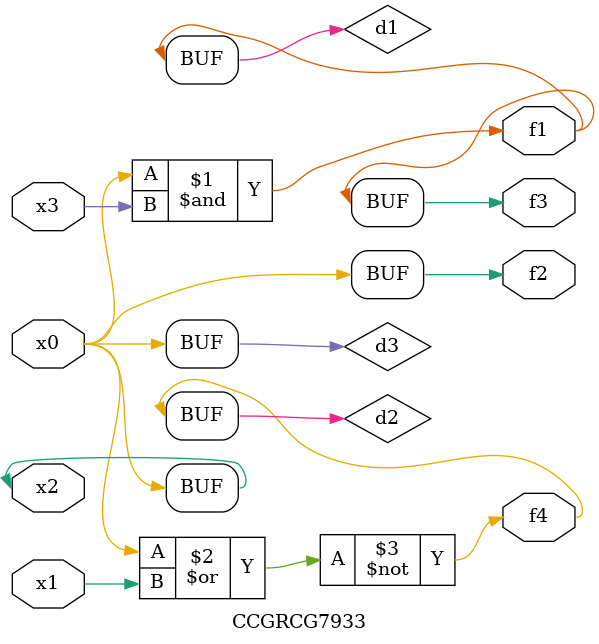
<source format=v>
module CCGRCG7933(
	input x0, x1, x2, x3,
	output f1, f2, f3, f4
);

	wire d1, d2, d3;

	and (d1, x2, x3);
	nor (d2, x0, x1);
	buf (d3, x0, x2);
	assign f1 = d1;
	assign f2 = d3;
	assign f3 = d1;
	assign f4 = d2;
endmodule

</source>
